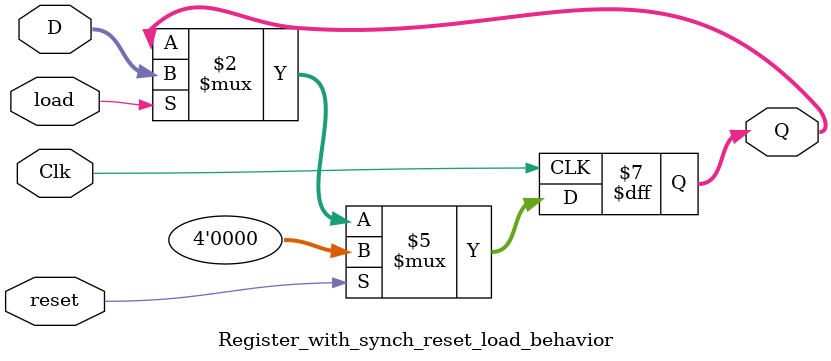
<source format=sv>
`timescale 1ns / 1ps

module PB_Debouncer_FSM #(
    parameter DELAY=15                      // Number of clock pulses to check stable button pressing
    //parameter DELAY_WIDTH = $clog2(DELAY)   // Determine the size of the clock cycles counter
    )
(
	input 	logic clk,                  // base clock
	input 	logic rst,                  // global reset
	input 	logic PB,                   // raw asynchronous input from mechanical PB         
	output 	logic PB_pressed_status,    // clean and synchronized pulse for button pressed
	output  logic PB_pressed_pulse,    // high if button is pressed
	output  logic PB_released_pulse    // clean and synchronized pulse for button released
 );
	localparam DELAY_WIDTH = $clog2(DELAY);
	logic PB_sync_aux, PB_sync;

// Double flopping stage for synchronizing async. PB input signal
// PB_sync is the synchronized signal
 always_ff @(posedge clk) begin
     if (rst) begin
         PB_sync_aux <= 1'b0;
         PB_sync     <= 1'b0;
     end
     else begin
         PB_sync_aux <= PB;
         PB_sync     <= PB_sync_aux;
     end
 end
/////////////////
    
    enum logic[2:0] {PB_IDLE, PB_COUNT, PB_PRESSED, PB_STABLE, PB_RELEASED} state, state_next;
    logic [DELAY_WIDTH-1:0]     delay_timer; //count cycles since the FSM reached current state 

    // Combinational logic for FSM
    // Calcula hacia donde me debo mover en el siguiente ciclo de reloj basado en las entradas
    always_comb begin
        //default assignments
        state_next          = PB_IDLE;
        PB_pressed_status   = 1'b0;
        PB_pressed_pulse    = 1'b0;
        PB_released_pulse   = 1'b0;
               
        case (state)
            PB_IDLE:        begin
                                if(PB_sync) begin   // si se inicia una operacion, empieza lectura de datos
                                    state_next= PB_COUNT;
                                end
                            end

            PB_COUNT:       begin
                                // Verifica si el timer alcanzo el valor predeterminado para este estado
                                if ((PB_sync && (delay_timer >= DELAY-1))) begin
                                    state_next = PB_PRESSED;
                                end 
                                else if (PB_sync)
                                    state_next = PB_COUNT;
                            end
                         
             PB_PRESSED:    begin
                                PB_pressed_pulse = 1'b1;
                                if (PB_sync)
                                    state_next = PB_STABLE;
                            end
             
             PB_STABLE:     begin
                                PB_pressed_status=1'b1;
                                state_next = PB_STABLE;
                         
                                if (~PB_sync)
                                    state_next = PB_RELEASED;
                            end

              PB_RELEASED:  begin
                                PB_released_pulse = 1'b1;
                                state_next = PB_IDLE;
                            end    
 
        endcase
    end    

    // sequential block for FSM. When clock ticks, update the state
    always@(posedge clk) begin
        if(rst) 
            state <= PB_IDLE;
        else 
            state <= state_next;
    end
    
    //Timer :
 always_ff @(posedge clk, posedge rst)
	if (rst) delay_timer <= 0;
	else if (state != state_next) delay_timer <= 0; //reset the timer when state changes
	else delay_timer <= delay_timer + 1;

endmodule

//----------------------------------------------------------

module Register_with_synch_reset_load_behavior(input [3:0] D,
                                               input Clk,
                                               input reset,
                                               input load,
                                               output reg [3:0] Q); 

   always @(posedge Clk)       
   if (reset)        begin   
          Q <= 4'b0;    
             end 
   else if (load)    begin        
          Q <= D;      
             end 
endmodule

</source>
